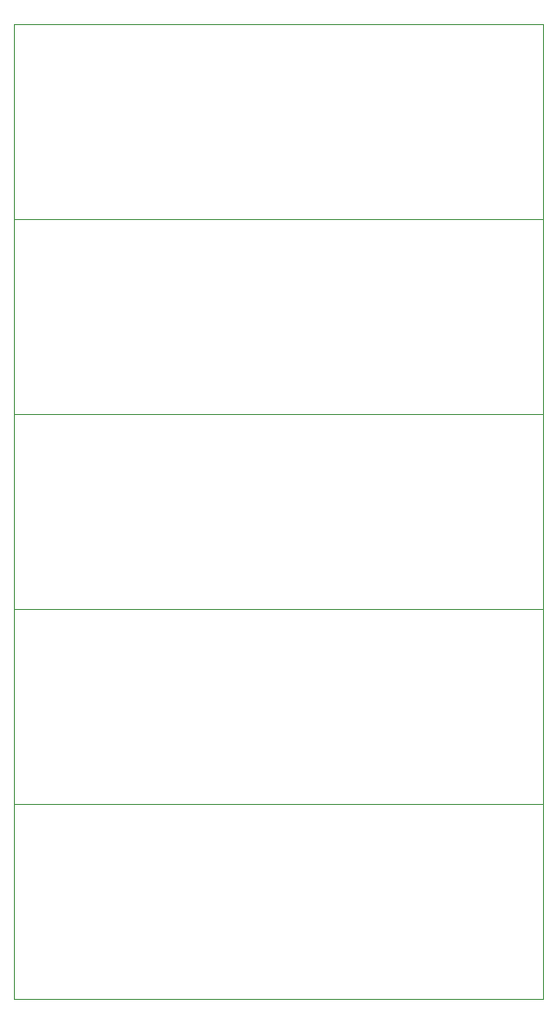
<source format=gbr>
G04 #@! TF.GenerationSoftware,KiCad,Pcbnew,5.1.5-52549c5~86~ubuntu18.04.1*
G04 #@! TF.CreationDate,2020-09-30T17:29:46-05:00*
G04 #@! TF.ProjectId,,58585858-5858-4585-9858-585858585858,rev?*
G04 #@! TF.SameCoordinates,Original*
G04 #@! TF.FileFunction,Profile,NP*
%FSLAX46Y46*%
G04 Gerber Fmt 4.6, Leading zero omitted, Abs format (unit mm)*
G04 Created by KiCad (PCBNEW 5.1.5-52549c5~86~ubuntu18.04.1) date 2020-09-30 17:29:46*
%MOMM*%
%LPD*%
G04 APERTURE LIST*
%ADD10C,0.050000*%
G04 APERTURE END LIST*
D10*
X150251200Y-102042000D02*
X150251200Y-119822000D01*
X150251200Y-84262000D02*
X150251200Y-102042000D01*
X150251200Y-66482000D02*
X150251200Y-84262000D01*
X150251200Y-48702000D02*
X150251200Y-66482000D01*
X101991200Y-102042000D02*
X150251200Y-102042000D01*
X101991200Y-84262000D02*
X150251200Y-84262000D01*
X101991200Y-66482000D02*
X150251200Y-66482000D01*
X101991200Y-48702000D02*
X150251200Y-48702000D01*
X101991200Y-102042000D02*
X101991200Y-119822000D01*
X101991200Y-84262000D02*
X101991200Y-102042000D01*
X101991200Y-66482000D02*
X101991200Y-84262000D01*
X101991200Y-48702000D02*
X101991200Y-66482000D01*
X101991200Y-119822000D02*
X150251200Y-119822000D01*
X101991200Y-102042000D02*
X150251200Y-102042000D01*
X101991200Y-84262000D02*
X150251200Y-84262000D01*
X101991200Y-66482000D02*
X150251200Y-66482000D01*
X150251200Y-30922000D02*
X150251200Y-48702000D01*
X101991200Y-48702000D02*
X150251200Y-48702000D01*
X101991200Y-30922000D02*
X150251200Y-30922000D01*
X101991200Y-30922000D02*
X101991200Y-48702000D01*
M02*

</source>
